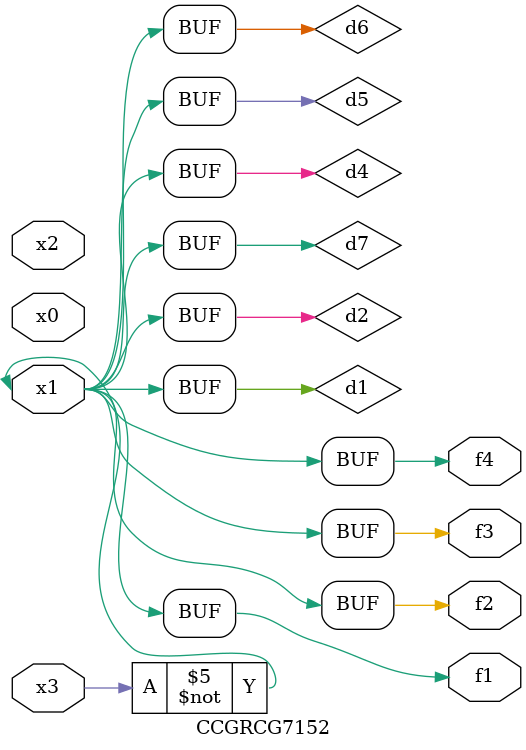
<source format=v>
module CCGRCG7152(
	input x0, x1, x2, x3,
	output f1, f2, f3, f4
);

	wire d1, d2, d3, d4, d5, d6, d7;

	not (d1, x3);
	buf (d2, x1);
	xnor (d3, d1, d2);
	nor (d4, d1);
	buf (d5, d1, d2);
	buf (d6, d4, d5);
	nand (d7, d4);
	assign f1 = d6;
	assign f2 = d7;
	assign f3 = d6;
	assign f4 = d6;
endmodule

</source>
